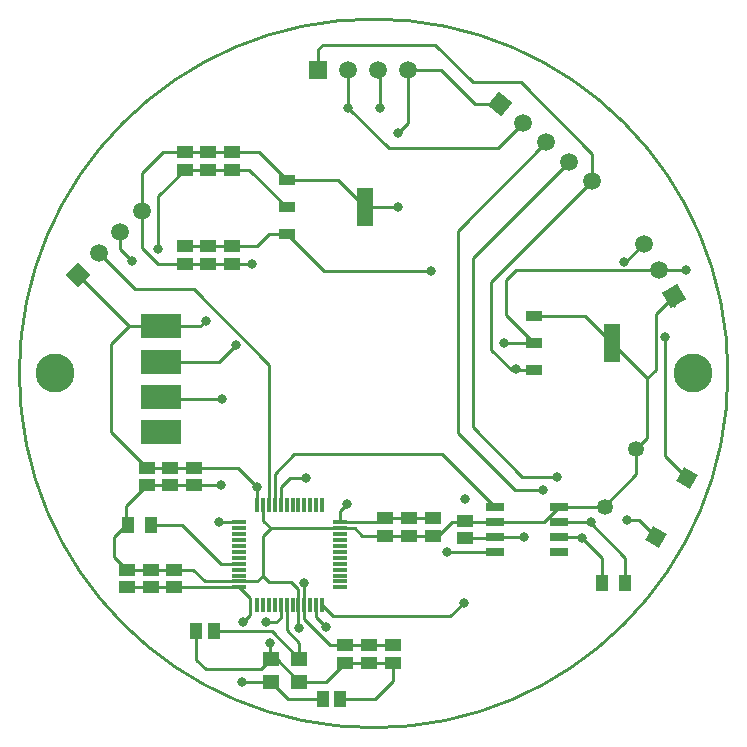
<source format=gtl>
G04*
G04 #@! TF.GenerationSoftware,Altium Limited,Altium Designer,18.1.7 (191)*
G04*
G04 Layer_Physical_Order=1*
G04 Layer_Color=255*
%FSLAX44Y44*%
%MOMM*%
G71*
G01*
G75*
%ADD10C,0.2540*%
%ADD12R,1.4000X1.2000*%
%ADD13R,1.4000X1.1000*%
%ADD14R,3.5000X2.0000*%
%ADD15R,1.1000X1.4000*%
%ADD16R,1.2000X0.3000*%
%ADD17R,0.3000X1.2000*%
%ADD18R,1.5250X0.6500*%
%ADD19R,1.4500X0.9500*%
%ADD20R,1.4500X3.2500*%
%ADD39R,1.5000X1.5000*%
%ADD40C,1.5000*%
%ADD41P,2.1213X4X365.0*%
%ADD42P,2.1213X4X165.0*%
%ADD43P,2.1213X4X90.0*%
%ADD44C,1.3500*%
%ADD45P,1.9092X4X195.0*%
%ADD46C,0.8000*%
%ADD47C,3.3000*%
D10*
X300000Y0D02*
G03*
X300000Y0I-300000J0D01*
G01*
X116880Y2500D02*
X135910D01*
X64770Y-205740D02*
X76200Y-194310D01*
X-34050Y-205740D02*
X64770D01*
X-43620Y-196170D02*
X-34050Y-205740D01*
X57970Y-68580D02*
X102420Y-113030D01*
X-67310Y-68580D02*
X57970D01*
X-83620Y-84890D02*
X-67310Y-68580D01*
X-7640Y140970D02*
X20320D01*
X194710Y-113030D02*
X222189Y-85551D01*
X66040Y-125730D02*
X102420D01*
X-209390Y-128270D02*
Y-111930D01*
X29210Y212090D02*
Y256540D01*
X20320Y203200D02*
X29210Y212090D01*
X5080Y224790D02*
Y255270D01*
X3810Y256540D02*
X5080Y255270D01*
X-41930Y86360D02*
X48260D01*
X-73640Y118070D02*
X-41930Y86360D01*
X212953Y93980D02*
X228600Y109627D01*
X-48620Y-206650D02*
X-40640Y-214630D01*
X-48620Y-206650D02*
Y-196170D01*
X246380Y-69589D02*
X265491Y-88700D01*
X246380Y-69589D02*
Y30480D01*
X241300Y87630D02*
X264221D01*
X238821Y50454D02*
X254000Y65633D01*
X238821Y3051D02*
Y50454D01*
X231540Y-4230D02*
X238821Y3051D01*
X254000Y57190D02*
Y59270D01*
X231540Y-54349D02*
Y-4230D01*
X-28620Y-126170D02*
Y-116250D01*
X-22860Y-110490D01*
X99509Y19871D02*
X116880Y2500D01*
X99509Y19871D02*
Y77470D01*
X-78620Y-96400D02*
X-70920Y-88700D01*
X-57150D01*
X-152240Y-79780D02*
X-114680D01*
X-98620Y-95840D01*
Y-111170D02*
Y-95840D01*
X-104290Y-204320D02*
Y-190500D01*
X-110790Y-210820D02*
X-104290Y-204320D01*
X-113620Y-181170D02*
X-104290Y-190500D01*
X-58620Y-196170D02*
Y-177800D01*
X-63620Y-196170D02*
Y-182760D01*
X-69970Y-176410D02*
X-63620Y-182760D01*
X-88620Y-176410D02*
X-69970D01*
X-93600Y-171430D02*
X-88620Y-176410D01*
X-113620Y-176170D02*
X-98340D01*
X-93600Y-171430D01*
Y-137500D01*
X-87270Y-131170D01*
X-28620D01*
X-93620Y-124820D02*
X-87270Y-131170D01*
X-93620Y-124820D02*
Y-111170D01*
X105186Y190500D02*
X126593Y211907D01*
X12700Y190500D02*
X105186D01*
X-21590Y224790D02*
X12700Y190500D01*
X-105170Y172500D02*
X-73640Y140970D01*
X-120000Y172500D02*
X-105170D01*
X-152240Y-94780D02*
X-129540D01*
X-178410Y-21590D02*
X-128270D01*
X-180000Y-20000D02*
X-178410Y-21590D01*
X-120000Y92500D02*
X-102660D01*
X-142240Y44617D02*
X-140780Y46077D01*
X-146857Y40000D02*
X-142240Y44617D01*
X-180000Y40000D02*
X-146857D01*
X-182670Y105410D02*
Y149830D01*
X-160000Y172500D01*
X214630Y-124460D02*
X225051D01*
X238821Y-138230D01*
X143960Y-125730D02*
X156660Y-113030D01*
X102420Y-125730D02*
X143960D01*
X71120Y120650D02*
X146050Y195580D01*
X71120Y-50800D02*
Y120650D01*
Y-50800D02*
X119380Y-99060D01*
X182880Y-125730D02*
X213200Y-156050D01*
X83820Y97566D02*
X165508Y179253D01*
X83820Y-45720D02*
Y97566D01*
Y-45720D02*
X125730Y-87630D01*
X119380Y-99060D02*
X143510D01*
X176530Y-139700D02*
X193200Y-156370D01*
X175260Y-138430D02*
X176530Y-139700D01*
X193200Y-177800D02*
Y-156370D01*
X156660Y-138430D02*
X175260D01*
X156660Y-125730D02*
X182880D01*
X213200Y-177800D02*
Y-156050D01*
X125730Y-87630D02*
X154940D01*
X99509Y77470D02*
X184965Y162927D01*
X52070Y278130D02*
X83820Y246380D01*
X-43180Y278130D02*
X52070D01*
X-46990Y274320D02*
X-43180Y278130D01*
X124660Y246380D02*
X184965Y186075D01*
X83820Y246380D02*
X124660D01*
X184965Y162927D02*
Y186075D01*
X-46990Y256540D02*
Y274320D01*
X85456Y228234D02*
X107135D01*
X57150Y256540D02*
X85456Y228234D01*
X29210Y256540D02*
X57150D01*
X-130970Y10000D02*
X-116840Y24130D01*
X-180000Y10000D02*
X-130970D01*
X-88620Y-111170D02*
Y7340D01*
X-152400Y71120D02*
X-88620Y7340D01*
X-201930Y71120D02*
X-152400D01*
X-21590Y224790D02*
Y256540D01*
X-222250Y24481D02*
X-206731Y40000D01*
X-222250Y-49770D02*
Y24481D01*
Y-49770D02*
X-192240Y-79780D01*
X-206731Y40000D02*
X-180000D01*
X-250371Y83639D02*
X-206731Y40000D01*
X-232410Y101600D02*
X-201930Y71120D01*
X-130620Y-126170D02*
X-113620D01*
X-214450Y105040D02*
X-204387Y94977D01*
X-214450Y105040D02*
Y119561D01*
X-178260Y187500D02*
X-160000D01*
X-196489Y169271D02*
X-178260Y187500D01*
X-196489Y137521D02*
Y169271D01*
Y106319D02*
Y137521D01*
Y106319D02*
X-182670Y92500D01*
X-160000D01*
X62230Y-151130D02*
X102420D01*
X-78620Y-111170D02*
Y-96400D01*
X-83620Y-111170D02*
Y-84890D01*
X127200Y-138430D02*
Y-138430D01*
X102420Y-138430D02*
X127200D01*
X110490Y25400D02*
X135910D01*
X-120000Y107500D02*
X-99060D01*
X-88490Y118070D01*
X-73640D01*
X111760Y78740D02*
X120650Y87630D01*
X111760Y49550D02*
Y78740D01*
Y49550D02*
X135910Y25400D01*
X120650Y87630D02*
X241300D01*
X238821Y-138230D02*
Y-133289D01*
X222189Y-63700D02*
X231540Y-54349D01*
X201910Y25400D02*
X231540Y-4230D01*
X222189Y-85551D02*
Y-63700D01*
X-129540Y-161170D02*
X-113620D01*
X-162440Y-128270D02*
X-129540Y-161170D01*
X-188120Y-128270D02*
X-162440D01*
X-219710Y-138590D02*
X-209390Y-128270D01*
X-219710Y-155330D02*
Y-138590D01*
Y-155330D02*
X-208890Y-166150D01*
X-209390Y-111930D02*
X-192240Y-94780D01*
X-87630Y-241260D02*
X-86930Y-241960D01*
X-87630Y-241260D02*
Y-228600D01*
X-86450Y-218440D02*
X-62930Y-241960D01*
X-135100Y-218440D02*
X-86450D01*
X-63620Y-215780D02*
X-63500Y-215900D01*
X-63620Y-215780D02*
Y-196170D01*
X-36740Y-229960D02*
X-23970D01*
X-58620Y-208080D02*
X-36740Y-229960D01*
X-58620Y-208080D02*
Y-196170D01*
X-142240Y-250190D02*
X-95160D01*
X-150100Y-242330D02*
X-142240Y-250190D01*
X-150100Y-242330D02*
Y-218440D01*
X-91440Y-210820D02*
X-82550D01*
X-78620Y-206890D01*
Y-196170D01*
X-111100Y-260960D02*
X-86930D01*
X-72300Y-275590D01*
X-43060D01*
X-62930Y-241960D02*
Y-228020D01*
X-73620Y-217330D02*
X-62930Y-228020D01*
X-73620Y-217330D02*
Y-196170D01*
X-97270Y187500D02*
X-73640Y163870D01*
X-120000Y187500D02*
X-97270D01*
X-30540Y163870D02*
X-7640Y140970D01*
X-73640Y163870D02*
X-30540D01*
X-113640Y-181150D02*
X-113620Y-181170D01*
X-168890Y-181150D02*
X-113640D01*
X-142600Y-176170D02*
X-113620D01*
X-152620Y-166150D02*
X-142600Y-176170D01*
X-168890Y-166150D02*
X-152620D01*
X-188890D02*
X-168890D01*
X-208890D02*
X-188890D01*
Y-181150D02*
X-168890D01*
X-208890D02*
X-188890D01*
X-209960D02*
X-208890D01*
X-212040Y-183230D02*
X-209960Y-181150D01*
X-9820Y-137500D02*
X10000D01*
X-16150Y-131170D02*
X-9820Y-137500D01*
X-28620Y-131170D02*
X-16150D01*
X6330Y-126170D02*
X10000Y-122500D01*
X-28620Y-126170D02*
X6330D01*
X16030Y-260830D02*
Y-244960D01*
X1270Y-275590D02*
X16030Y-260830D01*
X-28060Y-275590D02*
X1270D01*
X-3970Y-244960D02*
X16030D01*
X-95160Y-250190D02*
X-86930Y-241960D01*
X179010Y48300D02*
X201910Y25400D01*
X135910Y48300D02*
X179010D01*
X156660Y-113030D02*
X194710D01*
X54270Y-137500D02*
X66040Y-125730D01*
X50000Y-137500D02*
X54270D01*
X101270Y-139580D02*
X102420Y-138430D01*
X77470Y-139580D02*
X101270D01*
X30000Y-137500D02*
X50000D01*
X10000D02*
X30000D01*
Y-122500D02*
X50000D01*
X10000D02*
X30000D01*
X-140000Y92500D02*
X-120000D01*
X-160000D02*
X-140000D01*
Y107500D02*
X-120000D01*
X-160000D02*
X-140000D01*
Y172500D02*
X-120000D01*
X-160000D02*
X-140000D01*
Y187500D02*
X-120000D01*
X-160000D02*
X-140000D01*
X-172240Y-94780D02*
X-152240D01*
X-192240D02*
X-172240D01*
Y-79780D02*
X-152240D01*
X-192240D02*
X-172240D01*
X-3970Y-229960D02*
X16030D01*
X-23970D02*
X-3970D01*
X-81930Y-241960D02*
X-62930Y-260960D01*
X-86930Y-241960D02*
X-81930D01*
X-39970Y-260960D02*
X-23970Y-244960D01*
X-62930Y-260960D02*
X-39970D01*
X-23970Y-244960D02*
X-3970D01*
D12*
X-86930Y-260960D02*
D03*
X-62930D02*
D03*
Y-241960D02*
D03*
X-86930D02*
D03*
D13*
X77470Y-139580D02*
D03*
Y-124580D02*
D03*
X-160000Y107500D02*
D03*
Y92500D02*
D03*
X-140000Y107500D02*
D03*
Y92500D02*
D03*
X-120000Y107500D02*
D03*
Y92500D02*
D03*
Y187500D02*
D03*
Y172500D02*
D03*
X-140000Y187500D02*
D03*
Y172500D02*
D03*
X-160000Y187500D02*
D03*
Y172500D02*
D03*
X-152240Y-79780D02*
D03*
Y-94780D02*
D03*
X-192240Y-79780D02*
D03*
Y-94780D02*
D03*
X-3970Y-244960D02*
D03*
Y-229960D02*
D03*
X-23970Y-244960D02*
D03*
Y-229960D02*
D03*
X-172240Y-79780D02*
D03*
Y-94780D02*
D03*
X30000Y-122500D02*
D03*
Y-137500D02*
D03*
X10000Y-122500D02*
D03*
Y-137500D02*
D03*
X-208890Y-166150D02*
D03*
Y-181150D02*
D03*
X-188890Y-166150D02*
D03*
Y-181150D02*
D03*
X16030Y-244960D02*
D03*
Y-229960D02*
D03*
X50000Y-122500D02*
D03*
Y-137500D02*
D03*
X-168890Y-166150D02*
D03*
Y-181150D02*
D03*
D14*
X-180000Y-50000D02*
D03*
Y-20000D02*
D03*
Y10000D02*
D03*
Y40000D02*
D03*
D15*
X-28060Y-275590D02*
D03*
X-43060D02*
D03*
X213200Y-177800D02*
D03*
X193200D02*
D03*
X-208120Y-128270D02*
D03*
X-188120D02*
D03*
X-150100Y-218440D02*
D03*
X-135100D02*
D03*
D16*
X-113620Y-181170D02*
D03*
Y-176170D02*
D03*
Y-171170D02*
D03*
Y-166170D02*
D03*
Y-161170D02*
D03*
Y-156170D02*
D03*
Y-151170D02*
D03*
Y-146170D02*
D03*
Y-141170D02*
D03*
Y-136170D02*
D03*
Y-131170D02*
D03*
Y-126170D02*
D03*
X-28620D02*
D03*
Y-131170D02*
D03*
Y-136170D02*
D03*
Y-141170D02*
D03*
Y-146170D02*
D03*
Y-151170D02*
D03*
Y-156170D02*
D03*
Y-161170D02*
D03*
Y-166170D02*
D03*
Y-171170D02*
D03*
Y-176170D02*
D03*
Y-181170D02*
D03*
D17*
X-98620Y-111170D02*
D03*
X-93620D02*
D03*
X-88620D02*
D03*
X-83620D02*
D03*
X-78620D02*
D03*
X-73620D02*
D03*
X-68620D02*
D03*
X-63620D02*
D03*
X-58620D02*
D03*
X-53620D02*
D03*
X-48620D02*
D03*
X-43620D02*
D03*
Y-196170D02*
D03*
X-48620D02*
D03*
X-53620D02*
D03*
X-58620D02*
D03*
X-63620D02*
D03*
X-68620D02*
D03*
X-73620D02*
D03*
X-78620D02*
D03*
X-83620D02*
D03*
X-88620D02*
D03*
X-93620D02*
D03*
X-98620D02*
D03*
D18*
X102420Y-113030D02*
D03*
Y-125730D02*
D03*
Y-138430D02*
D03*
Y-151130D02*
D03*
X156660D02*
D03*
Y-138430D02*
D03*
Y-125730D02*
D03*
Y-113030D02*
D03*
D19*
X135910Y48300D02*
D03*
Y25400D02*
D03*
Y2500D02*
D03*
X-73640Y163870D02*
D03*
Y140970D02*
D03*
Y118070D02*
D03*
D20*
X201910Y25400D02*
D03*
X-7640Y140970D02*
D03*
D39*
X-46990Y256540D02*
D03*
D40*
X-21590D02*
D03*
X3810D02*
D03*
X29210D02*
D03*
X126593Y211907D02*
D03*
X146050Y195580D02*
D03*
X165508Y179253D02*
D03*
X184965Y162927D02*
D03*
X228600Y109627D02*
D03*
X241300Y87630D02*
D03*
X-232410Y101600D02*
D03*
X-214450Y119561D02*
D03*
X-196489Y137521D02*
D03*
D41*
X107135Y228234D02*
D03*
D42*
X254000Y65633D02*
D03*
D43*
X-250371Y83639D02*
D03*
D44*
X222189Y-63700D02*
D03*
X195519Y-113230D02*
D03*
D45*
X265491Y-88700D02*
D03*
X238821Y-138230D02*
D03*
D46*
X76200Y-194310D02*
D03*
X77470Y-106680D02*
D03*
X20320Y140970D02*
D03*
Y203200D02*
D03*
X5080Y224790D02*
D03*
X48260Y86360D02*
D03*
X212090Y93980D02*
D03*
X-40640Y-214630D02*
D03*
X246380Y30480D02*
D03*
X264221Y87630D02*
D03*
X120650Y3810D02*
D03*
X-57150Y-88700D02*
D03*
X-98620Y-95840D02*
D03*
X-22860Y-110490D02*
D03*
X-110790Y-210820D02*
D03*
X-58620Y-177800D02*
D03*
X-129540Y-94780D02*
D03*
X-128270Y-21590D02*
D03*
X-102660Y92500D02*
D03*
X-142240Y44617D02*
D03*
X-182670Y105410D02*
D03*
X214630Y-124460D02*
D03*
X143510Y-99060D02*
D03*
X176530Y-139700D02*
D03*
X184150Y-126170D02*
D03*
X154940Y-87630D02*
D03*
X-116840Y24130D02*
D03*
X-21590Y224790D02*
D03*
X-130620Y-126170D02*
D03*
X-204387Y94977D02*
D03*
X62230Y-151130D02*
D03*
X127200Y-138430D02*
D03*
X110490Y25400D02*
D03*
X-63500Y-215900D02*
D03*
X-87630Y-228600D02*
D03*
X-91440Y-210820D02*
D03*
X-111100Y-260960D02*
D03*
D47*
X-270000Y0D02*
D03*
X270000D02*
D03*
M02*

</source>
